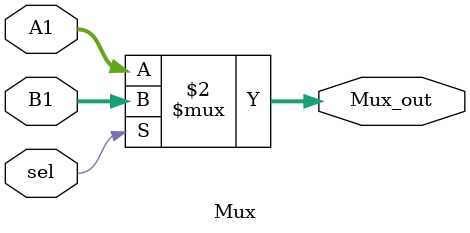
<source format=v>

module Mux(sel, A1, B1, Mux_out);

input sel;
input [31:0] A1, B1;
output [31:0] Mux_out;

assign Mux_out = (sel==1'b0) ? A1 : B1;

endmodule
</source>
